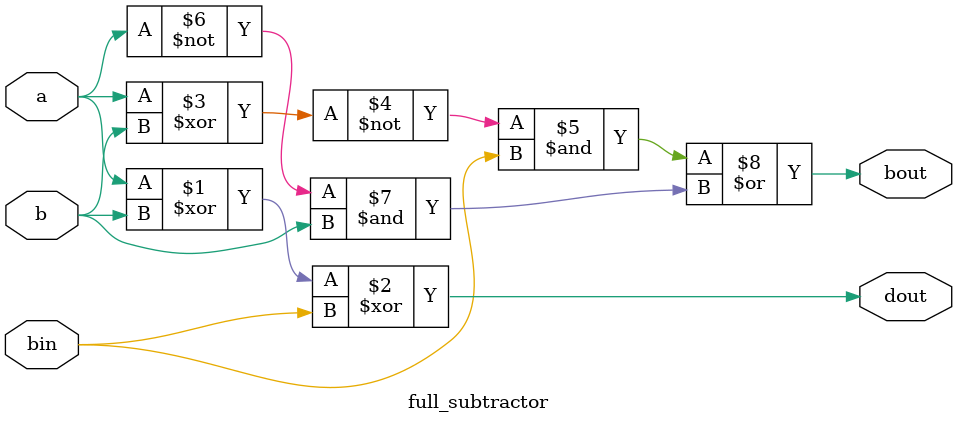
<source format=v>
`timescale 1ns / 1ps

module full_subtractor(
input a,b,bin,
output dout,bout
    );
    
assign dout=a^b^bin;
assign bout=~(a^b)&bin|(~a)&b;

endmodule
</source>
